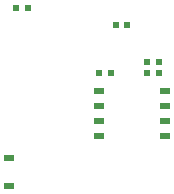
<source format=gbp>
G04 EAGLE Gerber RS-274X export*
G75*
%MOMM*%
%FSLAX34Y34*%
%LPD*%
%INSolderpaste Bottom*%
%IPPOS*%
%AMOC8*
5,1,8,0,0,1.08239X$1,22.5*%
G01*
%ADD10R,0.600000X0.600000*%
%ADD11R,0.850000X0.500000*%
%ADD12R,0.830000X0.630000*%


D10*
X138350Y162910D03*
X128350Y162910D03*
X27098Y208280D03*
X17098Y208280D03*
D11*
X143320Y138430D03*
X143320Y125730D03*
X143320Y113030D03*
X143320Y100330D03*
X87820Y113030D03*
X87820Y100330D03*
X87820Y125730D03*
X87820Y138430D03*
D10*
X101640Y194310D03*
X111640Y194310D03*
X87710Y153670D03*
X97710Y153670D03*
X138350Y153670D03*
X128350Y153670D03*
D12*
X11430Y81000D03*
X11430Y58000D03*
M02*

</source>
